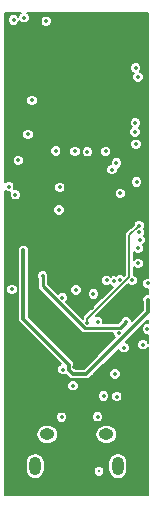
<source format=gbr>
G04 #@! TF.FileFunction,Copper,L3,Inr,Plane*
%FSLAX46Y46*%
G04 Gerber Fmt 4.6, Leading zero omitted, Abs format (unit mm)*
G04 Created by KiCad (PCBNEW 4.0.5) date 07/06/17 21:13:05*
%MOMM*%
%LPD*%
G01*
G04 APERTURE LIST*
%ADD10C,0.100000*%
%ADD11O,1.250000X0.950000*%
%ADD12O,1.000000X1.550000*%
%ADD13C,0.355600*%
%ADD14C,0.304800*%
%ADD15C,0.304800*%
%ADD16C,0.152400*%
%ADD17C,0.254000*%
%ADD18C,0.203200*%
G04 APERTURE END LIST*
D10*
D11*
X137200000Y-102409000D03*
X142200000Y-102409000D03*
D12*
X136200000Y-105109000D03*
X143200000Y-105109000D03*
D13*
X136067800Y-71704200D03*
X135153400Y-71323200D03*
X135610600Y-77749400D03*
X135102600Y-80060800D03*
X139141200Y-100482400D03*
X136271000Y-100126800D03*
X135915400Y-92329000D03*
X139496800Y-96723200D03*
X140970000Y-91694000D03*
X134874000Y-81229200D03*
X141071600Y-81305400D03*
X141071600Y-80238600D03*
X138938000Y-82448400D03*
X139662799Y-91668600D03*
X138277600Y-81508600D03*
X144729200Y-77851000D03*
X143408400Y-82016600D03*
X135940800Y-74142600D03*
X144703800Y-71374000D03*
X137134600Y-67437000D03*
X135585200Y-77012800D03*
X141135382Y-90527782D03*
X143103600Y-99212400D03*
X141478000Y-100914200D03*
X134772400Y-79222600D03*
X134518400Y-82118200D03*
X142163800Y-78460600D03*
X138202199Y-83413438D03*
X143367362Y-89311540D03*
X139649200Y-90195400D03*
X134366000Y-67335400D03*
D14*
X141605000Y-105521760D03*
D13*
X135204200Y-86842600D03*
X139344400Y-97256600D03*
X145745200Y-91033600D03*
X135255000Y-67132200D03*
X144780000Y-81051400D03*
X133959600Y-81432400D03*
X144653000Y-76809600D03*
X137939499Y-78413842D03*
X140614400Y-78486000D03*
X139573000Y-78460600D03*
X138430000Y-100965000D03*
X141478000Y-92862400D03*
X142240000Y-89382600D03*
X138531600Y-96926400D03*
X144932400Y-87934800D03*
X141986000Y-99161600D03*
X145313400Y-94818200D03*
X144932400Y-86664800D03*
X144983200Y-85318600D03*
X143306800Y-93853001D03*
X139395200Y-98298000D03*
X142900400Y-89433400D03*
X142951200Y-97307400D03*
X144399000Y-89382600D03*
X143713200Y-95072200D03*
X145059400Y-85953600D03*
X140614400Y-92989400D03*
X145008600Y-84734400D03*
X138506200Y-90855800D03*
X134239000Y-90144600D03*
X143078200Y-79451200D03*
X144907000Y-72161400D03*
X142707808Y-79999392D03*
X144678400Y-76047600D03*
X145694400Y-93497400D03*
X145719800Y-89636600D03*
X143891000Y-92913200D03*
X136829800Y-89001600D03*
D15*
X139344400Y-97256600D02*
X139039599Y-96951799D01*
X139039599Y-96951799D02*
X139039599Y-96503743D01*
X139039599Y-96503743D02*
X135204200Y-92668344D01*
X135204200Y-92668344D02*
X135204200Y-86842600D01*
X140529059Y-97307400D02*
X139395200Y-97307400D01*
X139395200Y-97307400D02*
X139344400Y-97256600D01*
X145745200Y-91033600D02*
X145745200Y-92091259D01*
X145745200Y-92091259D02*
X140529059Y-97307400D01*
D16*
X140614400Y-92603318D02*
X140614400Y-92989400D01*
X145008600Y-84734400D02*
X144170400Y-85572600D01*
X144170400Y-85572600D02*
X144170400Y-89047318D01*
X144170400Y-89047318D02*
X140614400Y-92603318D01*
D17*
X143382999Y-93421201D02*
X143891000Y-92913200D01*
X136829800Y-89001600D02*
X136829800Y-89843866D01*
X136829800Y-89843866D02*
X140407135Y-93421201D01*
X140407135Y-93421201D02*
X143382999Y-93421201D01*
D18*
G36*
X134846110Y-66858472D02*
X134772484Y-67035784D01*
X134772463Y-67059477D01*
X134639728Y-66926510D01*
X134462416Y-66852884D01*
X134270426Y-66852716D01*
X134092986Y-66926033D01*
X133957110Y-67061672D01*
X133883484Y-67238984D01*
X133883316Y-67430974D01*
X133956633Y-67608414D01*
X134092272Y-67744290D01*
X134269584Y-67817916D01*
X134461574Y-67818084D01*
X134639014Y-67744767D01*
X134774890Y-67609128D01*
X134848516Y-67431816D01*
X134848537Y-67408123D01*
X134981272Y-67541090D01*
X135158584Y-67614716D01*
X135350574Y-67614884D01*
X135528014Y-67541567D01*
X135537022Y-67532574D01*
X136651916Y-67532574D01*
X136725233Y-67710014D01*
X136860872Y-67845890D01*
X137038184Y-67919516D01*
X137230174Y-67919684D01*
X137407614Y-67846367D01*
X137543490Y-67710728D01*
X137617116Y-67533416D01*
X137617284Y-67341426D01*
X137543967Y-67163986D01*
X137408328Y-67028110D01*
X137231016Y-66954484D01*
X137039026Y-66954316D01*
X136861586Y-67027633D01*
X136725710Y-67163272D01*
X136652084Y-67340584D01*
X136651916Y-67532574D01*
X135537022Y-67532574D01*
X135663890Y-67405928D01*
X135737516Y-67228616D01*
X135737684Y-67036626D01*
X135664367Y-66859186D01*
X135531214Y-66725800D01*
X145768200Y-66725800D01*
X145768200Y-89154042D01*
X145624226Y-89153916D01*
X145446786Y-89227233D01*
X145310910Y-89362872D01*
X145237284Y-89540184D01*
X145237116Y-89732174D01*
X145310433Y-89909614D01*
X145446072Y-90045490D01*
X145623384Y-90119116D01*
X145768200Y-90119243D01*
X145768200Y-90551020D01*
X145649626Y-90550916D01*
X145472186Y-90624233D01*
X145336310Y-90759872D01*
X145262684Y-90937184D01*
X145262516Y-91129174D01*
X145288000Y-91190850D01*
X145288000Y-91901881D01*
X144373266Y-92816615D01*
X144300367Y-92640186D01*
X144164728Y-92504310D01*
X143987416Y-92430684D01*
X143795426Y-92430516D01*
X143617986Y-92503833D01*
X143482110Y-92639472D01*
X143431012Y-92762530D01*
X143204141Y-92989401D01*
X141947816Y-92989401D01*
X141960516Y-92958816D01*
X141960684Y-92766826D01*
X141887367Y-92589386D01*
X141751728Y-92453510D01*
X141574416Y-92379884D01*
X141382426Y-92379716D01*
X141372869Y-92383665D01*
X144045227Y-89711306D01*
X144125272Y-89791490D01*
X144302584Y-89865116D01*
X144494574Y-89865284D01*
X144672014Y-89791967D01*
X144807890Y-89656328D01*
X144881516Y-89479016D01*
X144881684Y-89287026D01*
X144808367Y-89109586D01*
X144672728Y-88973710D01*
X144551400Y-88923330D01*
X144551400Y-88236231D01*
X144658672Y-88343690D01*
X144835984Y-88417316D01*
X145027974Y-88417484D01*
X145205414Y-88344167D01*
X145341290Y-88208528D01*
X145414916Y-88031216D01*
X145415084Y-87839226D01*
X145341767Y-87661786D01*
X145206128Y-87525910D01*
X145028816Y-87452284D01*
X144836826Y-87452116D01*
X144659386Y-87525433D01*
X144551400Y-87633231D01*
X144551400Y-86966231D01*
X144658672Y-87073690D01*
X144835984Y-87147316D01*
X145027974Y-87147484D01*
X145205414Y-87074167D01*
X145341290Y-86938528D01*
X145414916Y-86761216D01*
X145415084Y-86569226D01*
X145341767Y-86391786D01*
X145318668Y-86368647D01*
X145332414Y-86362967D01*
X145468290Y-86227328D01*
X145541916Y-86050016D01*
X145542084Y-85858026D01*
X145468767Y-85680586D01*
X145386366Y-85598042D01*
X145392090Y-85592328D01*
X145465716Y-85415016D01*
X145465884Y-85223026D01*
X145392567Y-85045586D01*
X145386278Y-85039286D01*
X145417490Y-85008128D01*
X145491116Y-84830816D01*
X145491284Y-84638826D01*
X145417967Y-84461386D01*
X145282328Y-84325510D01*
X145105016Y-84251884D01*
X144913026Y-84251716D01*
X144735586Y-84325033D01*
X144599710Y-84460672D01*
X144526084Y-84637984D01*
X144526049Y-84678135D01*
X143900992Y-85303192D01*
X143818402Y-85426797D01*
X143818402Y-85426798D01*
X143789400Y-85572600D01*
X143789400Y-88889503D01*
X143708612Y-88970290D01*
X143641090Y-88902650D01*
X143463778Y-88829024D01*
X143271788Y-88828856D01*
X143094348Y-88902173D01*
X143031235Y-88965176D01*
X142996816Y-88950884D01*
X142804826Y-88950716D01*
X142627386Y-89024033D01*
X142595619Y-89055744D01*
X142513728Y-88973710D01*
X142336416Y-88900084D01*
X142144426Y-88899916D01*
X141966986Y-88973233D01*
X141831110Y-89108872D01*
X141757484Y-89286184D01*
X141757316Y-89478174D01*
X141830633Y-89655614D01*
X141966272Y-89791490D01*
X142143584Y-89865116D01*
X142335574Y-89865284D01*
X142513014Y-89791967D01*
X142544781Y-89760256D01*
X142626672Y-89842290D01*
X142775015Y-89903887D01*
X140344992Y-92333910D01*
X140262402Y-92457515D01*
X140262402Y-92457516D01*
X140233400Y-92603318D01*
X140233400Y-92636809D01*
X138820522Y-91223931D01*
X138915090Y-91129528D01*
X138988716Y-90952216D01*
X138988884Y-90760226D01*
X138915567Y-90582786D01*
X138779928Y-90446910D01*
X138602616Y-90373284D01*
X138410626Y-90373116D01*
X138233186Y-90446433D01*
X138138022Y-90541431D01*
X137887566Y-90290974D01*
X139166516Y-90290974D01*
X139239833Y-90468414D01*
X139375472Y-90604290D01*
X139552784Y-90677916D01*
X139744774Y-90678084D01*
X139877225Y-90623356D01*
X140652698Y-90623356D01*
X140726015Y-90800796D01*
X140861654Y-90936672D01*
X141038966Y-91010298D01*
X141230956Y-91010466D01*
X141408396Y-90937149D01*
X141544272Y-90801510D01*
X141617898Y-90624198D01*
X141618066Y-90432208D01*
X141544749Y-90254768D01*
X141409110Y-90118892D01*
X141231798Y-90045266D01*
X141039808Y-90045098D01*
X140862368Y-90118415D01*
X140726492Y-90254054D01*
X140652866Y-90431366D01*
X140652698Y-90623356D01*
X139877225Y-90623356D01*
X139922214Y-90604767D01*
X140058090Y-90469128D01*
X140131716Y-90291816D01*
X140131884Y-90099826D01*
X140058567Y-89922386D01*
X139922928Y-89786510D01*
X139745616Y-89712884D01*
X139553626Y-89712716D01*
X139376186Y-89786033D01*
X139240310Y-89921672D01*
X139166684Y-90098984D01*
X139166516Y-90290974D01*
X137887566Y-90290974D01*
X137261600Y-89665008D01*
X137261600Y-89220154D01*
X137312316Y-89098016D01*
X137312484Y-88906026D01*
X137239167Y-88728586D01*
X137103528Y-88592710D01*
X136926216Y-88519084D01*
X136734226Y-88518916D01*
X136556786Y-88592233D01*
X136420910Y-88727872D01*
X136347284Y-88905184D01*
X136347116Y-89097174D01*
X136398000Y-89220322D01*
X136398000Y-89843866D01*
X136430869Y-90009109D01*
X136455178Y-90045490D01*
X136524471Y-90149195D01*
X140101804Y-93726527D01*
X140101806Y-93726530D01*
X140241892Y-93820132D01*
X140269308Y-93825586D01*
X140407135Y-93853002D01*
X140407140Y-93853001D01*
X142824200Y-93853001D01*
X142824116Y-93948575D01*
X142897433Y-94126015D01*
X142980577Y-94209304D01*
X140339681Y-96850200D01*
X139620614Y-96850200D01*
X139618128Y-96847710D01*
X139556496Y-96822118D01*
X139496799Y-96762421D01*
X139496799Y-96503743D01*
X139461997Y-96328780D01*
X139362888Y-96180454D01*
X135661400Y-92478966D01*
X135661400Y-86999984D01*
X135686716Y-86939016D01*
X135686884Y-86747026D01*
X135613567Y-86569586D01*
X135477928Y-86433710D01*
X135300616Y-86360084D01*
X135108626Y-86359916D01*
X134931186Y-86433233D01*
X134795310Y-86568872D01*
X134721684Y-86746184D01*
X134721516Y-86938174D01*
X134747000Y-86999850D01*
X134747000Y-92668344D01*
X134781802Y-92843307D01*
X134880911Y-92991633D01*
X138363119Y-96473841D01*
X138258586Y-96517033D01*
X138122710Y-96652672D01*
X138049084Y-96829984D01*
X138048916Y-97021974D01*
X138122233Y-97199414D01*
X138257872Y-97335290D01*
X138435184Y-97408916D01*
X138627174Y-97409084D01*
X138785066Y-97343844D01*
X138909823Y-97468601D01*
X138935033Y-97529614D01*
X139070672Y-97665490D01*
X139211526Y-97723977D01*
X139220237Y-97729798D01*
X139230423Y-97731824D01*
X139247984Y-97739116D01*
X139267167Y-97739133D01*
X139395200Y-97764600D01*
X140529059Y-97764600D01*
X140704022Y-97729798D01*
X140852348Y-97630689D01*
X141080063Y-97402974D01*
X142468516Y-97402974D01*
X142541833Y-97580414D01*
X142677472Y-97716290D01*
X142854784Y-97789916D01*
X143046774Y-97790084D01*
X143224214Y-97716767D01*
X143360090Y-97581128D01*
X143433716Y-97403816D01*
X143433884Y-97211826D01*
X143360567Y-97034386D01*
X143224928Y-96898510D01*
X143047616Y-96824884D01*
X142855626Y-96824716D01*
X142678186Y-96898033D01*
X142542310Y-97033672D01*
X142468684Y-97210984D01*
X142468516Y-97402974D01*
X141080063Y-97402974D01*
X143255295Y-95227742D01*
X143303833Y-95345214D01*
X143439472Y-95481090D01*
X143616784Y-95554716D01*
X143808774Y-95554884D01*
X143986214Y-95481567D01*
X144122090Y-95345928D01*
X144195716Y-95168616D01*
X144195884Y-94976626D01*
X144122567Y-94799186D01*
X143986928Y-94663310D01*
X143868784Y-94614253D01*
X145768200Y-92714837D01*
X145768200Y-93014864D01*
X145598826Y-93014716D01*
X145421386Y-93088033D01*
X145285510Y-93223672D01*
X145211884Y-93400984D01*
X145211716Y-93592974D01*
X145285033Y-93770414D01*
X145420672Y-93906290D01*
X145597984Y-93979916D01*
X145768200Y-93980065D01*
X145768200Y-94655142D01*
X145722767Y-94545186D01*
X145587128Y-94409310D01*
X145409816Y-94335684D01*
X145217826Y-94335516D01*
X145040386Y-94408833D01*
X144904510Y-94544472D01*
X144830884Y-94721784D01*
X144830716Y-94913774D01*
X144904033Y-95091214D01*
X145039672Y-95227090D01*
X145216984Y-95300716D01*
X145408974Y-95300884D01*
X145586414Y-95227567D01*
X145722290Y-95091928D01*
X145768200Y-94981364D01*
X145768200Y-107518200D01*
X133631800Y-107518200D01*
X133631800Y-104812845D01*
X135395200Y-104812845D01*
X135395200Y-105405155D01*
X135456462Y-105713139D01*
X135630920Y-105974235D01*
X135892016Y-106148693D01*
X136200000Y-106209955D01*
X136507984Y-106148693D01*
X136769080Y-105974235D01*
X136943538Y-105713139D01*
X136963595Y-105612304D01*
X141147721Y-105612304D01*
X141217179Y-105780405D01*
X141345679Y-105909129D01*
X141513658Y-105978880D01*
X141695544Y-105979039D01*
X141863645Y-105909581D01*
X141992369Y-105781081D01*
X142062120Y-105613102D01*
X142062279Y-105431216D01*
X141992821Y-105263115D01*
X141864321Y-105134391D01*
X141696342Y-105064640D01*
X141514456Y-105064481D01*
X141346355Y-105133939D01*
X141217631Y-105262439D01*
X141147880Y-105430418D01*
X141147721Y-105612304D01*
X136963595Y-105612304D01*
X137004800Y-105405155D01*
X137004800Y-104812845D01*
X142395200Y-104812845D01*
X142395200Y-105405155D01*
X142456462Y-105713139D01*
X142630920Y-105974235D01*
X142892016Y-106148693D01*
X143200000Y-106209955D01*
X143507984Y-106148693D01*
X143769080Y-105974235D01*
X143943538Y-105713139D01*
X144004800Y-105405155D01*
X144004800Y-104812845D01*
X143943538Y-104504861D01*
X143769080Y-104243765D01*
X143507984Y-104069307D01*
X143200000Y-104008045D01*
X142892016Y-104069307D01*
X142630920Y-104243765D01*
X142456462Y-104504861D01*
X142395200Y-104812845D01*
X137004800Y-104812845D01*
X136943538Y-104504861D01*
X136769080Y-104243765D01*
X136507984Y-104069307D01*
X136200000Y-104008045D01*
X135892016Y-104069307D01*
X135630920Y-104243765D01*
X135456462Y-104504861D01*
X135395200Y-104812845D01*
X133631800Y-104812845D01*
X133631800Y-102409000D01*
X136251984Y-102409000D01*
X136311343Y-102707417D01*
X136480382Y-102960402D01*
X136733367Y-103129441D01*
X137031784Y-103188800D01*
X137368216Y-103188800D01*
X137666633Y-103129441D01*
X137919618Y-102960402D01*
X138088657Y-102707417D01*
X138148016Y-102409000D01*
X141251984Y-102409000D01*
X141311343Y-102707417D01*
X141480382Y-102960402D01*
X141733367Y-103129441D01*
X142031784Y-103188800D01*
X142368216Y-103188800D01*
X142666633Y-103129441D01*
X142919618Y-102960402D01*
X143088657Y-102707417D01*
X143148016Y-102409000D01*
X143088657Y-102110583D01*
X142919618Y-101857598D01*
X142666633Y-101688559D01*
X142368216Y-101629200D01*
X142031784Y-101629200D01*
X141733367Y-101688559D01*
X141480382Y-101857598D01*
X141311343Y-102110583D01*
X141251984Y-102409000D01*
X138148016Y-102409000D01*
X138088657Y-102110583D01*
X137919618Y-101857598D01*
X137666633Y-101688559D01*
X137368216Y-101629200D01*
X137031784Y-101629200D01*
X136733367Y-101688559D01*
X136480382Y-101857598D01*
X136311343Y-102110583D01*
X136251984Y-102409000D01*
X133631800Y-102409000D01*
X133631800Y-101060574D01*
X137947316Y-101060574D01*
X138020633Y-101238014D01*
X138156272Y-101373890D01*
X138333584Y-101447516D01*
X138525574Y-101447684D01*
X138703014Y-101374367D01*
X138838890Y-101238728D01*
X138912516Y-101061416D01*
X138912561Y-101009774D01*
X140995316Y-101009774D01*
X141068633Y-101187214D01*
X141204272Y-101323090D01*
X141381584Y-101396716D01*
X141573574Y-101396884D01*
X141751014Y-101323567D01*
X141886890Y-101187928D01*
X141960516Y-101010616D01*
X141960684Y-100818626D01*
X141887367Y-100641186D01*
X141751728Y-100505310D01*
X141574416Y-100431684D01*
X141382426Y-100431516D01*
X141204986Y-100504833D01*
X141069110Y-100640472D01*
X140995484Y-100817784D01*
X140995316Y-101009774D01*
X138912561Y-101009774D01*
X138912684Y-100869426D01*
X138839367Y-100691986D01*
X138703728Y-100556110D01*
X138526416Y-100482484D01*
X138334426Y-100482316D01*
X138156986Y-100555633D01*
X138021110Y-100691272D01*
X137947484Y-100868584D01*
X137947316Y-101060574D01*
X133631800Y-101060574D01*
X133631800Y-99257174D01*
X141503316Y-99257174D01*
X141576633Y-99434614D01*
X141712272Y-99570490D01*
X141889584Y-99644116D01*
X142081574Y-99644284D01*
X142259014Y-99570967D01*
X142394890Y-99435328D01*
X142447771Y-99307974D01*
X142620916Y-99307974D01*
X142694233Y-99485414D01*
X142829872Y-99621290D01*
X143007184Y-99694916D01*
X143199174Y-99695084D01*
X143376614Y-99621767D01*
X143512490Y-99486128D01*
X143586116Y-99308816D01*
X143586284Y-99116826D01*
X143512967Y-98939386D01*
X143377328Y-98803510D01*
X143200016Y-98729884D01*
X143008026Y-98729716D01*
X142830586Y-98803033D01*
X142694710Y-98938672D01*
X142621084Y-99115984D01*
X142620916Y-99307974D01*
X142447771Y-99307974D01*
X142468516Y-99258016D01*
X142468684Y-99066026D01*
X142395367Y-98888586D01*
X142259728Y-98752710D01*
X142082416Y-98679084D01*
X141890426Y-98678916D01*
X141712986Y-98752233D01*
X141577110Y-98887872D01*
X141503484Y-99065184D01*
X141503316Y-99257174D01*
X133631800Y-99257174D01*
X133631800Y-98393574D01*
X138912516Y-98393574D01*
X138985833Y-98571014D01*
X139121472Y-98706890D01*
X139298784Y-98780516D01*
X139490774Y-98780684D01*
X139668214Y-98707367D01*
X139804090Y-98571728D01*
X139877716Y-98394416D01*
X139877884Y-98202426D01*
X139804567Y-98024986D01*
X139668928Y-97889110D01*
X139491616Y-97815484D01*
X139299626Y-97815316D01*
X139122186Y-97888633D01*
X138986310Y-98024272D01*
X138912684Y-98201584D01*
X138912516Y-98393574D01*
X133631800Y-98393574D01*
X133631800Y-90240174D01*
X133756316Y-90240174D01*
X133829633Y-90417614D01*
X133965272Y-90553490D01*
X134142584Y-90627116D01*
X134334574Y-90627284D01*
X134512014Y-90553967D01*
X134647890Y-90418328D01*
X134721516Y-90241016D01*
X134721684Y-90049026D01*
X134648367Y-89871586D01*
X134512728Y-89735710D01*
X134335416Y-89662084D01*
X134143426Y-89661916D01*
X133965986Y-89735233D01*
X133830110Y-89870872D01*
X133756484Y-90048184D01*
X133756316Y-90240174D01*
X133631800Y-90240174D01*
X133631800Y-83509012D01*
X137719515Y-83509012D01*
X137792832Y-83686452D01*
X137928471Y-83822328D01*
X138105783Y-83895954D01*
X138297773Y-83896122D01*
X138475213Y-83822805D01*
X138611089Y-83687166D01*
X138684715Y-83509854D01*
X138684883Y-83317864D01*
X138611566Y-83140424D01*
X138475927Y-83004548D01*
X138298615Y-82930922D01*
X138106625Y-82930754D01*
X137929185Y-83004071D01*
X137793309Y-83139710D01*
X137719683Y-83317022D01*
X137719515Y-83509012D01*
X133631800Y-83509012D01*
X133631800Y-81787124D01*
X133685872Y-81841290D01*
X133863184Y-81914916D01*
X134055174Y-81915084D01*
X134085370Y-81902607D01*
X134035884Y-82021784D01*
X134035716Y-82213774D01*
X134109033Y-82391214D01*
X134244672Y-82527090D01*
X134421984Y-82600716D01*
X134613974Y-82600884D01*
X134791414Y-82527567D01*
X134927290Y-82391928D01*
X135000916Y-82214616D01*
X135001005Y-82112174D01*
X142925716Y-82112174D01*
X142999033Y-82289614D01*
X143134672Y-82425490D01*
X143311984Y-82499116D01*
X143503974Y-82499284D01*
X143681414Y-82425967D01*
X143817290Y-82290328D01*
X143890916Y-82113016D01*
X143891084Y-81921026D01*
X143817767Y-81743586D01*
X143682128Y-81607710D01*
X143504816Y-81534084D01*
X143312826Y-81533916D01*
X143135386Y-81607233D01*
X142999510Y-81742872D01*
X142925884Y-81920184D01*
X142925716Y-82112174D01*
X135001005Y-82112174D01*
X135001084Y-82022626D01*
X134927767Y-81845186D01*
X134792128Y-81709310D01*
X134614816Y-81635684D01*
X134422826Y-81635516D01*
X134392630Y-81647993D01*
X134410825Y-81604174D01*
X137794916Y-81604174D01*
X137868233Y-81781614D01*
X138003872Y-81917490D01*
X138181184Y-81991116D01*
X138373174Y-81991284D01*
X138550614Y-81917967D01*
X138686490Y-81782328D01*
X138760116Y-81605016D01*
X138760284Y-81413026D01*
X138686967Y-81235586D01*
X138598510Y-81146974D01*
X144297316Y-81146974D01*
X144370633Y-81324414D01*
X144506272Y-81460290D01*
X144683584Y-81533916D01*
X144875574Y-81534084D01*
X145053014Y-81460767D01*
X145188890Y-81325128D01*
X145262516Y-81147816D01*
X145262684Y-80955826D01*
X145189367Y-80778386D01*
X145053728Y-80642510D01*
X144876416Y-80568884D01*
X144684426Y-80568716D01*
X144506986Y-80642033D01*
X144371110Y-80777672D01*
X144297484Y-80954984D01*
X144297316Y-81146974D01*
X138598510Y-81146974D01*
X138551328Y-81099710D01*
X138374016Y-81026084D01*
X138182026Y-81025916D01*
X138004586Y-81099233D01*
X137868710Y-81234872D01*
X137795084Y-81412184D01*
X137794916Y-81604174D01*
X134410825Y-81604174D01*
X134442116Y-81528816D01*
X134442284Y-81336826D01*
X134368967Y-81159386D01*
X134233328Y-81023510D01*
X134056016Y-80949884D01*
X133864026Y-80949716D01*
X133686586Y-81023033D01*
X133631800Y-81077723D01*
X133631800Y-80094966D01*
X142225124Y-80094966D01*
X142298441Y-80272406D01*
X142434080Y-80408282D01*
X142611392Y-80481908D01*
X142803382Y-80482076D01*
X142980822Y-80408759D01*
X143116698Y-80273120D01*
X143190324Y-80095808D01*
X143190472Y-79926985D01*
X143351214Y-79860567D01*
X143487090Y-79724928D01*
X143560716Y-79547616D01*
X143560884Y-79355626D01*
X143487567Y-79178186D01*
X143351928Y-79042310D01*
X143174616Y-78968684D01*
X142982626Y-78968516D01*
X142805186Y-79041833D01*
X142669310Y-79177472D01*
X142595684Y-79354784D01*
X142595536Y-79523607D01*
X142434794Y-79590025D01*
X142298918Y-79725664D01*
X142225292Y-79902976D01*
X142225124Y-80094966D01*
X133631800Y-80094966D01*
X133631800Y-79318174D01*
X134289716Y-79318174D01*
X134363033Y-79495614D01*
X134498672Y-79631490D01*
X134675984Y-79705116D01*
X134867974Y-79705284D01*
X135045414Y-79631967D01*
X135181290Y-79496328D01*
X135254916Y-79319016D01*
X135255084Y-79127026D01*
X135181767Y-78949586D01*
X135046128Y-78813710D01*
X134868816Y-78740084D01*
X134676826Y-78739916D01*
X134499386Y-78813233D01*
X134363510Y-78948872D01*
X134289884Y-79126184D01*
X134289716Y-79318174D01*
X133631800Y-79318174D01*
X133631800Y-78509416D01*
X137456815Y-78509416D01*
X137530132Y-78686856D01*
X137665771Y-78822732D01*
X137843083Y-78896358D01*
X138035073Y-78896526D01*
X138212513Y-78823209D01*
X138348389Y-78687570D01*
X138402949Y-78556174D01*
X139090316Y-78556174D01*
X139163633Y-78733614D01*
X139299272Y-78869490D01*
X139476584Y-78943116D01*
X139668574Y-78943284D01*
X139846014Y-78869967D01*
X139981890Y-78734328D01*
X140045318Y-78581574D01*
X140131716Y-78581574D01*
X140205033Y-78759014D01*
X140340672Y-78894890D01*
X140517984Y-78968516D01*
X140709974Y-78968684D01*
X140887414Y-78895367D01*
X141023290Y-78759728D01*
X141096916Y-78582416D01*
X141096938Y-78556174D01*
X141681116Y-78556174D01*
X141754433Y-78733614D01*
X141890072Y-78869490D01*
X142067384Y-78943116D01*
X142259374Y-78943284D01*
X142436814Y-78869967D01*
X142572690Y-78734328D01*
X142646316Y-78557016D01*
X142646484Y-78365026D01*
X142573167Y-78187586D01*
X142437528Y-78051710D01*
X142260216Y-77978084D01*
X142068226Y-77977916D01*
X141890786Y-78051233D01*
X141754910Y-78186872D01*
X141681284Y-78364184D01*
X141681116Y-78556174D01*
X141096938Y-78556174D01*
X141097084Y-78390426D01*
X141023767Y-78212986D01*
X140888128Y-78077110D01*
X140710816Y-78003484D01*
X140518826Y-78003316D01*
X140341386Y-78076633D01*
X140205510Y-78212272D01*
X140131884Y-78389584D01*
X140131716Y-78581574D01*
X140045318Y-78581574D01*
X140055516Y-78557016D01*
X140055684Y-78365026D01*
X139982367Y-78187586D01*
X139846728Y-78051710D01*
X139669416Y-77978084D01*
X139477426Y-77977916D01*
X139299986Y-78051233D01*
X139164110Y-78186872D01*
X139090484Y-78364184D01*
X139090316Y-78556174D01*
X138402949Y-78556174D01*
X138422015Y-78510258D01*
X138422183Y-78318268D01*
X138348866Y-78140828D01*
X138213227Y-78004952D01*
X138072637Y-77946574D01*
X144246516Y-77946574D01*
X144319833Y-78124014D01*
X144455472Y-78259890D01*
X144632784Y-78333516D01*
X144824774Y-78333684D01*
X145002214Y-78260367D01*
X145138090Y-78124728D01*
X145211716Y-77947416D01*
X145211884Y-77755426D01*
X145138567Y-77577986D01*
X145002928Y-77442110D01*
X144825616Y-77368484D01*
X144633626Y-77368316D01*
X144456186Y-77441633D01*
X144320310Y-77577272D01*
X144246684Y-77754584D01*
X144246516Y-77946574D01*
X138072637Y-77946574D01*
X138035915Y-77931326D01*
X137843925Y-77931158D01*
X137666485Y-78004475D01*
X137530609Y-78140114D01*
X137456983Y-78317426D01*
X137456815Y-78509416D01*
X133631800Y-78509416D01*
X133631800Y-77108374D01*
X135102516Y-77108374D01*
X135175833Y-77285814D01*
X135311472Y-77421690D01*
X135488784Y-77495316D01*
X135680774Y-77495484D01*
X135858214Y-77422167D01*
X135994090Y-77286528D01*
X136067716Y-77109216D01*
X136067884Y-76917226D01*
X136062905Y-76905174D01*
X144170316Y-76905174D01*
X144243633Y-77082614D01*
X144379272Y-77218490D01*
X144556584Y-77292116D01*
X144748574Y-77292284D01*
X144926014Y-77218967D01*
X145061890Y-77083328D01*
X145135516Y-76906016D01*
X145135684Y-76714026D01*
X145062367Y-76536586D01*
X144967178Y-76441231D01*
X145087290Y-76321328D01*
X145160916Y-76144016D01*
X145161084Y-75952026D01*
X145087767Y-75774586D01*
X144952128Y-75638710D01*
X144774816Y-75565084D01*
X144582826Y-75564916D01*
X144405386Y-75638233D01*
X144269510Y-75773872D01*
X144195884Y-75951184D01*
X144195716Y-76143174D01*
X144269033Y-76320614D01*
X144364222Y-76415969D01*
X144244110Y-76535872D01*
X144170484Y-76713184D01*
X144170316Y-76905174D01*
X136062905Y-76905174D01*
X135994567Y-76739786D01*
X135858928Y-76603910D01*
X135681616Y-76530284D01*
X135489626Y-76530116D01*
X135312186Y-76603433D01*
X135176310Y-76739072D01*
X135102684Y-76916384D01*
X135102516Y-77108374D01*
X133631800Y-77108374D01*
X133631800Y-74238174D01*
X135458116Y-74238174D01*
X135531433Y-74415614D01*
X135667072Y-74551490D01*
X135844384Y-74625116D01*
X136036374Y-74625284D01*
X136213814Y-74551967D01*
X136349690Y-74416328D01*
X136423316Y-74239016D01*
X136423484Y-74047026D01*
X136350167Y-73869586D01*
X136214528Y-73733710D01*
X136037216Y-73660084D01*
X135845226Y-73659916D01*
X135667786Y-73733233D01*
X135531910Y-73868872D01*
X135458284Y-74046184D01*
X135458116Y-74238174D01*
X133631800Y-74238174D01*
X133631800Y-71469574D01*
X144221116Y-71469574D01*
X144294433Y-71647014D01*
X144430072Y-71782890D01*
X144552253Y-71833624D01*
X144498110Y-71887672D01*
X144424484Y-72064984D01*
X144424316Y-72256974D01*
X144497633Y-72434414D01*
X144633272Y-72570290D01*
X144810584Y-72643916D01*
X145002574Y-72644084D01*
X145180014Y-72570767D01*
X145315890Y-72435128D01*
X145389516Y-72257816D01*
X145389684Y-72065826D01*
X145316367Y-71888386D01*
X145180728Y-71752510D01*
X145058547Y-71701776D01*
X145112690Y-71647728D01*
X145186316Y-71470416D01*
X145186484Y-71278426D01*
X145113167Y-71100986D01*
X144977528Y-70965110D01*
X144800216Y-70891484D01*
X144608226Y-70891316D01*
X144430786Y-70964633D01*
X144294910Y-71100272D01*
X144221284Y-71277584D01*
X144221116Y-71469574D01*
X133631800Y-71469574D01*
X133631800Y-66725800D01*
X134979014Y-66725800D01*
X134846110Y-66858472D01*
X134846110Y-66858472D01*
G37*
X134846110Y-66858472D02*
X134772484Y-67035784D01*
X134772463Y-67059477D01*
X134639728Y-66926510D01*
X134462416Y-66852884D01*
X134270426Y-66852716D01*
X134092986Y-66926033D01*
X133957110Y-67061672D01*
X133883484Y-67238984D01*
X133883316Y-67430974D01*
X133956633Y-67608414D01*
X134092272Y-67744290D01*
X134269584Y-67817916D01*
X134461574Y-67818084D01*
X134639014Y-67744767D01*
X134774890Y-67609128D01*
X134848516Y-67431816D01*
X134848537Y-67408123D01*
X134981272Y-67541090D01*
X135158584Y-67614716D01*
X135350574Y-67614884D01*
X135528014Y-67541567D01*
X135537022Y-67532574D01*
X136651916Y-67532574D01*
X136725233Y-67710014D01*
X136860872Y-67845890D01*
X137038184Y-67919516D01*
X137230174Y-67919684D01*
X137407614Y-67846367D01*
X137543490Y-67710728D01*
X137617116Y-67533416D01*
X137617284Y-67341426D01*
X137543967Y-67163986D01*
X137408328Y-67028110D01*
X137231016Y-66954484D01*
X137039026Y-66954316D01*
X136861586Y-67027633D01*
X136725710Y-67163272D01*
X136652084Y-67340584D01*
X136651916Y-67532574D01*
X135537022Y-67532574D01*
X135663890Y-67405928D01*
X135737516Y-67228616D01*
X135737684Y-67036626D01*
X135664367Y-66859186D01*
X135531214Y-66725800D01*
X145768200Y-66725800D01*
X145768200Y-89154042D01*
X145624226Y-89153916D01*
X145446786Y-89227233D01*
X145310910Y-89362872D01*
X145237284Y-89540184D01*
X145237116Y-89732174D01*
X145310433Y-89909614D01*
X145446072Y-90045490D01*
X145623384Y-90119116D01*
X145768200Y-90119243D01*
X145768200Y-90551020D01*
X145649626Y-90550916D01*
X145472186Y-90624233D01*
X145336310Y-90759872D01*
X145262684Y-90937184D01*
X145262516Y-91129174D01*
X145288000Y-91190850D01*
X145288000Y-91901881D01*
X144373266Y-92816615D01*
X144300367Y-92640186D01*
X144164728Y-92504310D01*
X143987416Y-92430684D01*
X143795426Y-92430516D01*
X143617986Y-92503833D01*
X143482110Y-92639472D01*
X143431012Y-92762530D01*
X143204141Y-92989401D01*
X141947816Y-92989401D01*
X141960516Y-92958816D01*
X141960684Y-92766826D01*
X141887367Y-92589386D01*
X141751728Y-92453510D01*
X141574416Y-92379884D01*
X141382426Y-92379716D01*
X141372869Y-92383665D01*
X144045227Y-89711306D01*
X144125272Y-89791490D01*
X144302584Y-89865116D01*
X144494574Y-89865284D01*
X144672014Y-89791967D01*
X144807890Y-89656328D01*
X144881516Y-89479016D01*
X144881684Y-89287026D01*
X144808367Y-89109586D01*
X144672728Y-88973710D01*
X144551400Y-88923330D01*
X144551400Y-88236231D01*
X144658672Y-88343690D01*
X144835984Y-88417316D01*
X145027974Y-88417484D01*
X145205414Y-88344167D01*
X145341290Y-88208528D01*
X145414916Y-88031216D01*
X145415084Y-87839226D01*
X145341767Y-87661786D01*
X145206128Y-87525910D01*
X145028816Y-87452284D01*
X144836826Y-87452116D01*
X144659386Y-87525433D01*
X144551400Y-87633231D01*
X144551400Y-86966231D01*
X144658672Y-87073690D01*
X144835984Y-87147316D01*
X145027974Y-87147484D01*
X145205414Y-87074167D01*
X145341290Y-86938528D01*
X145414916Y-86761216D01*
X145415084Y-86569226D01*
X145341767Y-86391786D01*
X145318668Y-86368647D01*
X145332414Y-86362967D01*
X145468290Y-86227328D01*
X145541916Y-86050016D01*
X145542084Y-85858026D01*
X145468767Y-85680586D01*
X145386366Y-85598042D01*
X145392090Y-85592328D01*
X145465716Y-85415016D01*
X145465884Y-85223026D01*
X145392567Y-85045586D01*
X145386278Y-85039286D01*
X145417490Y-85008128D01*
X145491116Y-84830816D01*
X145491284Y-84638826D01*
X145417967Y-84461386D01*
X145282328Y-84325510D01*
X145105016Y-84251884D01*
X144913026Y-84251716D01*
X144735586Y-84325033D01*
X144599710Y-84460672D01*
X144526084Y-84637984D01*
X144526049Y-84678135D01*
X143900992Y-85303192D01*
X143818402Y-85426797D01*
X143818402Y-85426798D01*
X143789400Y-85572600D01*
X143789400Y-88889503D01*
X143708612Y-88970290D01*
X143641090Y-88902650D01*
X143463778Y-88829024D01*
X143271788Y-88828856D01*
X143094348Y-88902173D01*
X143031235Y-88965176D01*
X142996816Y-88950884D01*
X142804826Y-88950716D01*
X142627386Y-89024033D01*
X142595619Y-89055744D01*
X142513728Y-88973710D01*
X142336416Y-88900084D01*
X142144426Y-88899916D01*
X141966986Y-88973233D01*
X141831110Y-89108872D01*
X141757484Y-89286184D01*
X141757316Y-89478174D01*
X141830633Y-89655614D01*
X141966272Y-89791490D01*
X142143584Y-89865116D01*
X142335574Y-89865284D01*
X142513014Y-89791967D01*
X142544781Y-89760256D01*
X142626672Y-89842290D01*
X142775015Y-89903887D01*
X140344992Y-92333910D01*
X140262402Y-92457515D01*
X140262402Y-92457516D01*
X140233400Y-92603318D01*
X140233400Y-92636809D01*
X138820522Y-91223931D01*
X138915090Y-91129528D01*
X138988716Y-90952216D01*
X138988884Y-90760226D01*
X138915567Y-90582786D01*
X138779928Y-90446910D01*
X138602616Y-90373284D01*
X138410626Y-90373116D01*
X138233186Y-90446433D01*
X138138022Y-90541431D01*
X137887566Y-90290974D01*
X139166516Y-90290974D01*
X139239833Y-90468414D01*
X139375472Y-90604290D01*
X139552784Y-90677916D01*
X139744774Y-90678084D01*
X139877225Y-90623356D01*
X140652698Y-90623356D01*
X140726015Y-90800796D01*
X140861654Y-90936672D01*
X141038966Y-91010298D01*
X141230956Y-91010466D01*
X141408396Y-90937149D01*
X141544272Y-90801510D01*
X141617898Y-90624198D01*
X141618066Y-90432208D01*
X141544749Y-90254768D01*
X141409110Y-90118892D01*
X141231798Y-90045266D01*
X141039808Y-90045098D01*
X140862368Y-90118415D01*
X140726492Y-90254054D01*
X140652866Y-90431366D01*
X140652698Y-90623356D01*
X139877225Y-90623356D01*
X139922214Y-90604767D01*
X140058090Y-90469128D01*
X140131716Y-90291816D01*
X140131884Y-90099826D01*
X140058567Y-89922386D01*
X139922928Y-89786510D01*
X139745616Y-89712884D01*
X139553626Y-89712716D01*
X139376186Y-89786033D01*
X139240310Y-89921672D01*
X139166684Y-90098984D01*
X139166516Y-90290974D01*
X137887566Y-90290974D01*
X137261600Y-89665008D01*
X137261600Y-89220154D01*
X137312316Y-89098016D01*
X137312484Y-88906026D01*
X137239167Y-88728586D01*
X137103528Y-88592710D01*
X136926216Y-88519084D01*
X136734226Y-88518916D01*
X136556786Y-88592233D01*
X136420910Y-88727872D01*
X136347284Y-88905184D01*
X136347116Y-89097174D01*
X136398000Y-89220322D01*
X136398000Y-89843866D01*
X136430869Y-90009109D01*
X136455178Y-90045490D01*
X136524471Y-90149195D01*
X140101804Y-93726527D01*
X140101806Y-93726530D01*
X140241892Y-93820132D01*
X140269308Y-93825586D01*
X140407135Y-93853002D01*
X140407140Y-93853001D01*
X142824200Y-93853001D01*
X142824116Y-93948575D01*
X142897433Y-94126015D01*
X142980577Y-94209304D01*
X140339681Y-96850200D01*
X139620614Y-96850200D01*
X139618128Y-96847710D01*
X139556496Y-96822118D01*
X139496799Y-96762421D01*
X139496799Y-96503743D01*
X139461997Y-96328780D01*
X139362888Y-96180454D01*
X135661400Y-92478966D01*
X135661400Y-86999984D01*
X135686716Y-86939016D01*
X135686884Y-86747026D01*
X135613567Y-86569586D01*
X135477928Y-86433710D01*
X135300616Y-86360084D01*
X135108626Y-86359916D01*
X134931186Y-86433233D01*
X134795310Y-86568872D01*
X134721684Y-86746184D01*
X134721516Y-86938174D01*
X134747000Y-86999850D01*
X134747000Y-92668344D01*
X134781802Y-92843307D01*
X134880911Y-92991633D01*
X138363119Y-96473841D01*
X138258586Y-96517033D01*
X138122710Y-96652672D01*
X138049084Y-96829984D01*
X138048916Y-97021974D01*
X138122233Y-97199414D01*
X138257872Y-97335290D01*
X138435184Y-97408916D01*
X138627174Y-97409084D01*
X138785066Y-97343844D01*
X138909823Y-97468601D01*
X138935033Y-97529614D01*
X139070672Y-97665490D01*
X139211526Y-97723977D01*
X139220237Y-97729798D01*
X139230423Y-97731824D01*
X139247984Y-97739116D01*
X139267167Y-97739133D01*
X139395200Y-97764600D01*
X140529059Y-97764600D01*
X140704022Y-97729798D01*
X140852348Y-97630689D01*
X141080063Y-97402974D01*
X142468516Y-97402974D01*
X142541833Y-97580414D01*
X142677472Y-97716290D01*
X142854784Y-97789916D01*
X143046774Y-97790084D01*
X143224214Y-97716767D01*
X143360090Y-97581128D01*
X143433716Y-97403816D01*
X143433884Y-97211826D01*
X143360567Y-97034386D01*
X143224928Y-96898510D01*
X143047616Y-96824884D01*
X142855626Y-96824716D01*
X142678186Y-96898033D01*
X142542310Y-97033672D01*
X142468684Y-97210984D01*
X142468516Y-97402974D01*
X141080063Y-97402974D01*
X143255295Y-95227742D01*
X143303833Y-95345214D01*
X143439472Y-95481090D01*
X143616784Y-95554716D01*
X143808774Y-95554884D01*
X143986214Y-95481567D01*
X144122090Y-95345928D01*
X144195716Y-95168616D01*
X144195884Y-94976626D01*
X144122567Y-94799186D01*
X143986928Y-94663310D01*
X143868784Y-94614253D01*
X145768200Y-92714837D01*
X145768200Y-93014864D01*
X145598826Y-93014716D01*
X145421386Y-93088033D01*
X145285510Y-93223672D01*
X145211884Y-93400984D01*
X145211716Y-93592974D01*
X145285033Y-93770414D01*
X145420672Y-93906290D01*
X145597984Y-93979916D01*
X145768200Y-93980065D01*
X145768200Y-94655142D01*
X145722767Y-94545186D01*
X145587128Y-94409310D01*
X145409816Y-94335684D01*
X145217826Y-94335516D01*
X145040386Y-94408833D01*
X144904510Y-94544472D01*
X144830884Y-94721784D01*
X144830716Y-94913774D01*
X144904033Y-95091214D01*
X145039672Y-95227090D01*
X145216984Y-95300716D01*
X145408974Y-95300884D01*
X145586414Y-95227567D01*
X145722290Y-95091928D01*
X145768200Y-94981364D01*
X145768200Y-107518200D01*
X133631800Y-107518200D01*
X133631800Y-104812845D01*
X135395200Y-104812845D01*
X135395200Y-105405155D01*
X135456462Y-105713139D01*
X135630920Y-105974235D01*
X135892016Y-106148693D01*
X136200000Y-106209955D01*
X136507984Y-106148693D01*
X136769080Y-105974235D01*
X136943538Y-105713139D01*
X136963595Y-105612304D01*
X141147721Y-105612304D01*
X141217179Y-105780405D01*
X141345679Y-105909129D01*
X141513658Y-105978880D01*
X141695544Y-105979039D01*
X141863645Y-105909581D01*
X141992369Y-105781081D01*
X142062120Y-105613102D01*
X142062279Y-105431216D01*
X141992821Y-105263115D01*
X141864321Y-105134391D01*
X141696342Y-105064640D01*
X141514456Y-105064481D01*
X141346355Y-105133939D01*
X141217631Y-105262439D01*
X141147880Y-105430418D01*
X141147721Y-105612304D01*
X136963595Y-105612304D01*
X137004800Y-105405155D01*
X137004800Y-104812845D01*
X142395200Y-104812845D01*
X142395200Y-105405155D01*
X142456462Y-105713139D01*
X142630920Y-105974235D01*
X142892016Y-106148693D01*
X143200000Y-106209955D01*
X143507984Y-106148693D01*
X143769080Y-105974235D01*
X143943538Y-105713139D01*
X144004800Y-105405155D01*
X144004800Y-104812845D01*
X143943538Y-104504861D01*
X143769080Y-104243765D01*
X143507984Y-104069307D01*
X143200000Y-104008045D01*
X142892016Y-104069307D01*
X142630920Y-104243765D01*
X142456462Y-104504861D01*
X142395200Y-104812845D01*
X137004800Y-104812845D01*
X136943538Y-104504861D01*
X136769080Y-104243765D01*
X136507984Y-104069307D01*
X136200000Y-104008045D01*
X135892016Y-104069307D01*
X135630920Y-104243765D01*
X135456462Y-104504861D01*
X135395200Y-104812845D01*
X133631800Y-104812845D01*
X133631800Y-102409000D01*
X136251984Y-102409000D01*
X136311343Y-102707417D01*
X136480382Y-102960402D01*
X136733367Y-103129441D01*
X137031784Y-103188800D01*
X137368216Y-103188800D01*
X137666633Y-103129441D01*
X137919618Y-102960402D01*
X138088657Y-102707417D01*
X138148016Y-102409000D01*
X141251984Y-102409000D01*
X141311343Y-102707417D01*
X141480382Y-102960402D01*
X141733367Y-103129441D01*
X142031784Y-103188800D01*
X142368216Y-103188800D01*
X142666633Y-103129441D01*
X142919618Y-102960402D01*
X143088657Y-102707417D01*
X143148016Y-102409000D01*
X143088657Y-102110583D01*
X142919618Y-101857598D01*
X142666633Y-101688559D01*
X142368216Y-101629200D01*
X142031784Y-101629200D01*
X141733367Y-101688559D01*
X141480382Y-101857598D01*
X141311343Y-102110583D01*
X141251984Y-102409000D01*
X138148016Y-102409000D01*
X138088657Y-102110583D01*
X137919618Y-101857598D01*
X137666633Y-101688559D01*
X137368216Y-101629200D01*
X137031784Y-101629200D01*
X136733367Y-101688559D01*
X136480382Y-101857598D01*
X136311343Y-102110583D01*
X136251984Y-102409000D01*
X133631800Y-102409000D01*
X133631800Y-101060574D01*
X137947316Y-101060574D01*
X138020633Y-101238014D01*
X138156272Y-101373890D01*
X138333584Y-101447516D01*
X138525574Y-101447684D01*
X138703014Y-101374367D01*
X138838890Y-101238728D01*
X138912516Y-101061416D01*
X138912561Y-101009774D01*
X140995316Y-101009774D01*
X141068633Y-101187214D01*
X141204272Y-101323090D01*
X141381584Y-101396716D01*
X141573574Y-101396884D01*
X141751014Y-101323567D01*
X141886890Y-101187928D01*
X141960516Y-101010616D01*
X141960684Y-100818626D01*
X141887367Y-100641186D01*
X141751728Y-100505310D01*
X141574416Y-100431684D01*
X141382426Y-100431516D01*
X141204986Y-100504833D01*
X141069110Y-100640472D01*
X140995484Y-100817784D01*
X140995316Y-101009774D01*
X138912561Y-101009774D01*
X138912684Y-100869426D01*
X138839367Y-100691986D01*
X138703728Y-100556110D01*
X138526416Y-100482484D01*
X138334426Y-100482316D01*
X138156986Y-100555633D01*
X138021110Y-100691272D01*
X137947484Y-100868584D01*
X137947316Y-101060574D01*
X133631800Y-101060574D01*
X133631800Y-99257174D01*
X141503316Y-99257174D01*
X141576633Y-99434614D01*
X141712272Y-99570490D01*
X141889584Y-99644116D01*
X142081574Y-99644284D01*
X142259014Y-99570967D01*
X142394890Y-99435328D01*
X142447771Y-99307974D01*
X142620916Y-99307974D01*
X142694233Y-99485414D01*
X142829872Y-99621290D01*
X143007184Y-99694916D01*
X143199174Y-99695084D01*
X143376614Y-99621767D01*
X143512490Y-99486128D01*
X143586116Y-99308816D01*
X143586284Y-99116826D01*
X143512967Y-98939386D01*
X143377328Y-98803510D01*
X143200016Y-98729884D01*
X143008026Y-98729716D01*
X142830586Y-98803033D01*
X142694710Y-98938672D01*
X142621084Y-99115984D01*
X142620916Y-99307974D01*
X142447771Y-99307974D01*
X142468516Y-99258016D01*
X142468684Y-99066026D01*
X142395367Y-98888586D01*
X142259728Y-98752710D01*
X142082416Y-98679084D01*
X141890426Y-98678916D01*
X141712986Y-98752233D01*
X141577110Y-98887872D01*
X141503484Y-99065184D01*
X141503316Y-99257174D01*
X133631800Y-99257174D01*
X133631800Y-98393574D01*
X138912516Y-98393574D01*
X138985833Y-98571014D01*
X139121472Y-98706890D01*
X139298784Y-98780516D01*
X139490774Y-98780684D01*
X139668214Y-98707367D01*
X139804090Y-98571728D01*
X139877716Y-98394416D01*
X139877884Y-98202426D01*
X139804567Y-98024986D01*
X139668928Y-97889110D01*
X139491616Y-97815484D01*
X139299626Y-97815316D01*
X139122186Y-97888633D01*
X138986310Y-98024272D01*
X138912684Y-98201584D01*
X138912516Y-98393574D01*
X133631800Y-98393574D01*
X133631800Y-90240174D01*
X133756316Y-90240174D01*
X133829633Y-90417614D01*
X133965272Y-90553490D01*
X134142584Y-90627116D01*
X134334574Y-90627284D01*
X134512014Y-90553967D01*
X134647890Y-90418328D01*
X134721516Y-90241016D01*
X134721684Y-90049026D01*
X134648367Y-89871586D01*
X134512728Y-89735710D01*
X134335416Y-89662084D01*
X134143426Y-89661916D01*
X133965986Y-89735233D01*
X133830110Y-89870872D01*
X133756484Y-90048184D01*
X133756316Y-90240174D01*
X133631800Y-90240174D01*
X133631800Y-83509012D01*
X137719515Y-83509012D01*
X137792832Y-83686452D01*
X137928471Y-83822328D01*
X138105783Y-83895954D01*
X138297773Y-83896122D01*
X138475213Y-83822805D01*
X138611089Y-83687166D01*
X138684715Y-83509854D01*
X138684883Y-83317864D01*
X138611566Y-83140424D01*
X138475927Y-83004548D01*
X138298615Y-82930922D01*
X138106625Y-82930754D01*
X137929185Y-83004071D01*
X137793309Y-83139710D01*
X137719683Y-83317022D01*
X137719515Y-83509012D01*
X133631800Y-83509012D01*
X133631800Y-81787124D01*
X133685872Y-81841290D01*
X133863184Y-81914916D01*
X134055174Y-81915084D01*
X134085370Y-81902607D01*
X134035884Y-82021784D01*
X134035716Y-82213774D01*
X134109033Y-82391214D01*
X134244672Y-82527090D01*
X134421984Y-82600716D01*
X134613974Y-82600884D01*
X134791414Y-82527567D01*
X134927290Y-82391928D01*
X135000916Y-82214616D01*
X135001005Y-82112174D01*
X142925716Y-82112174D01*
X142999033Y-82289614D01*
X143134672Y-82425490D01*
X143311984Y-82499116D01*
X143503974Y-82499284D01*
X143681414Y-82425967D01*
X143817290Y-82290328D01*
X143890916Y-82113016D01*
X143891084Y-81921026D01*
X143817767Y-81743586D01*
X143682128Y-81607710D01*
X143504816Y-81534084D01*
X143312826Y-81533916D01*
X143135386Y-81607233D01*
X142999510Y-81742872D01*
X142925884Y-81920184D01*
X142925716Y-82112174D01*
X135001005Y-82112174D01*
X135001084Y-82022626D01*
X134927767Y-81845186D01*
X134792128Y-81709310D01*
X134614816Y-81635684D01*
X134422826Y-81635516D01*
X134392630Y-81647993D01*
X134410825Y-81604174D01*
X137794916Y-81604174D01*
X137868233Y-81781614D01*
X138003872Y-81917490D01*
X138181184Y-81991116D01*
X138373174Y-81991284D01*
X138550614Y-81917967D01*
X138686490Y-81782328D01*
X138760116Y-81605016D01*
X138760284Y-81413026D01*
X138686967Y-81235586D01*
X138598510Y-81146974D01*
X144297316Y-81146974D01*
X144370633Y-81324414D01*
X144506272Y-81460290D01*
X144683584Y-81533916D01*
X144875574Y-81534084D01*
X145053014Y-81460767D01*
X145188890Y-81325128D01*
X145262516Y-81147816D01*
X145262684Y-80955826D01*
X145189367Y-80778386D01*
X145053728Y-80642510D01*
X144876416Y-80568884D01*
X144684426Y-80568716D01*
X144506986Y-80642033D01*
X144371110Y-80777672D01*
X144297484Y-80954984D01*
X144297316Y-81146974D01*
X138598510Y-81146974D01*
X138551328Y-81099710D01*
X138374016Y-81026084D01*
X138182026Y-81025916D01*
X138004586Y-81099233D01*
X137868710Y-81234872D01*
X137795084Y-81412184D01*
X137794916Y-81604174D01*
X134410825Y-81604174D01*
X134442116Y-81528816D01*
X134442284Y-81336826D01*
X134368967Y-81159386D01*
X134233328Y-81023510D01*
X134056016Y-80949884D01*
X133864026Y-80949716D01*
X133686586Y-81023033D01*
X133631800Y-81077723D01*
X133631800Y-80094966D01*
X142225124Y-80094966D01*
X142298441Y-80272406D01*
X142434080Y-80408282D01*
X142611392Y-80481908D01*
X142803382Y-80482076D01*
X142980822Y-80408759D01*
X143116698Y-80273120D01*
X143190324Y-80095808D01*
X143190472Y-79926985D01*
X143351214Y-79860567D01*
X143487090Y-79724928D01*
X143560716Y-79547616D01*
X143560884Y-79355626D01*
X143487567Y-79178186D01*
X143351928Y-79042310D01*
X143174616Y-78968684D01*
X142982626Y-78968516D01*
X142805186Y-79041833D01*
X142669310Y-79177472D01*
X142595684Y-79354784D01*
X142595536Y-79523607D01*
X142434794Y-79590025D01*
X142298918Y-79725664D01*
X142225292Y-79902976D01*
X142225124Y-80094966D01*
X133631800Y-80094966D01*
X133631800Y-79318174D01*
X134289716Y-79318174D01*
X134363033Y-79495614D01*
X134498672Y-79631490D01*
X134675984Y-79705116D01*
X134867974Y-79705284D01*
X135045414Y-79631967D01*
X135181290Y-79496328D01*
X135254916Y-79319016D01*
X135255084Y-79127026D01*
X135181767Y-78949586D01*
X135046128Y-78813710D01*
X134868816Y-78740084D01*
X134676826Y-78739916D01*
X134499386Y-78813233D01*
X134363510Y-78948872D01*
X134289884Y-79126184D01*
X134289716Y-79318174D01*
X133631800Y-79318174D01*
X133631800Y-78509416D01*
X137456815Y-78509416D01*
X137530132Y-78686856D01*
X137665771Y-78822732D01*
X137843083Y-78896358D01*
X138035073Y-78896526D01*
X138212513Y-78823209D01*
X138348389Y-78687570D01*
X138402949Y-78556174D01*
X139090316Y-78556174D01*
X139163633Y-78733614D01*
X139299272Y-78869490D01*
X139476584Y-78943116D01*
X139668574Y-78943284D01*
X139846014Y-78869967D01*
X139981890Y-78734328D01*
X140045318Y-78581574D01*
X140131716Y-78581574D01*
X140205033Y-78759014D01*
X140340672Y-78894890D01*
X140517984Y-78968516D01*
X140709974Y-78968684D01*
X140887414Y-78895367D01*
X141023290Y-78759728D01*
X141096916Y-78582416D01*
X141096938Y-78556174D01*
X141681116Y-78556174D01*
X141754433Y-78733614D01*
X141890072Y-78869490D01*
X142067384Y-78943116D01*
X142259374Y-78943284D01*
X142436814Y-78869967D01*
X142572690Y-78734328D01*
X142646316Y-78557016D01*
X142646484Y-78365026D01*
X142573167Y-78187586D01*
X142437528Y-78051710D01*
X142260216Y-77978084D01*
X142068226Y-77977916D01*
X141890786Y-78051233D01*
X141754910Y-78186872D01*
X141681284Y-78364184D01*
X141681116Y-78556174D01*
X141096938Y-78556174D01*
X141097084Y-78390426D01*
X141023767Y-78212986D01*
X140888128Y-78077110D01*
X140710816Y-78003484D01*
X140518826Y-78003316D01*
X140341386Y-78076633D01*
X140205510Y-78212272D01*
X140131884Y-78389584D01*
X140131716Y-78581574D01*
X140045318Y-78581574D01*
X140055516Y-78557016D01*
X140055684Y-78365026D01*
X139982367Y-78187586D01*
X139846728Y-78051710D01*
X139669416Y-77978084D01*
X139477426Y-77977916D01*
X139299986Y-78051233D01*
X139164110Y-78186872D01*
X139090484Y-78364184D01*
X139090316Y-78556174D01*
X138402949Y-78556174D01*
X138422015Y-78510258D01*
X138422183Y-78318268D01*
X138348866Y-78140828D01*
X138213227Y-78004952D01*
X138072637Y-77946574D01*
X144246516Y-77946574D01*
X144319833Y-78124014D01*
X144455472Y-78259890D01*
X144632784Y-78333516D01*
X144824774Y-78333684D01*
X145002214Y-78260367D01*
X145138090Y-78124728D01*
X145211716Y-77947416D01*
X145211884Y-77755426D01*
X145138567Y-77577986D01*
X145002928Y-77442110D01*
X144825616Y-77368484D01*
X144633626Y-77368316D01*
X144456186Y-77441633D01*
X144320310Y-77577272D01*
X144246684Y-77754584D01*
X144246516Y-77946574D01*
X138072637Y-77946574D01*
X138035915Y-77931326D01*
X137843925Y-77931158D01*
X137666485Y-78004475D01*
X137530609Y-78140114D01*
X137456983Y-78317426D01*
X137456815Y-78509416D01*
X133631800Y-78509416D01*
X133631800Y-77108374D01*
X135102516Y-77108374D01*
X135175833Y-77285814D01*
X135311472Y-77421690D01*
X135488784Y-77495316D01*
X135680774Y-77495484D01*
X135858214Y-77422167D01*
X135994090Y-77286528D01*
X136067716Y-77109216D01*
X136067884Y-76917226D01*
X136062905Y-76905174D01*
X144170316Y-76905174D01*
X144243633Y-77082614D01*
X144379272Y-77218490D01*
X144556584Y-77292116D01*
X144748574Y-77292284D01*
X144926014Y-77218967D01*
X145061890Y-77083328D01*
X145135516Y-76906016D01*
X145135684Y-76714026D01*
X145062367Y-76536586D01*
X144967178Y-76441231D01*
X145087290Y-76321328D01*
X145160916Y-76144016D01*
X145161084Y-75952026D01*
X145087767Y-75774586D01*
X144952128Y-75638710D01*
X144774816Y-75565084D01*
X144582826Y-75564916D01*
X144405386Y-75638233D01*
X144269510Y-75773872D01*
X144195884Y-75951184D01*
X144195716Y-76143174D01*
X144269033Y-76320614D01*
X144364222Y-76415969D01*
X144244110Y-76535872D01*
X144170484Y-76713184D01*
X144170316Y-76905174D01*
X136062905Y-76905174D01*
X135994567Y-76739786D01*
X135858928Y-76603910D01*
X135681616Y-76530284D01*
X135489626Y-76530116D01*
X135312186Y-76603433D01*
X135176310Y-76739072D01*
X135102684Y-76916384D01*
X135102516Y-77108374D01*
X133631800Y-77108374D01*
X133631800Y-74238174D01*
X135458116Y-74238174D01*
X135531433Y-74415614D01*
X135667072Y-74551490D01*
X135844384Y-74625116D01*
X136036374Y-74625284D01*
X136213814Y-74551967D01*
X136349690Y-74416328D01*
X136423316Y-74239016D01*
X136423484Y-74047026D01*
X136350167Y-73869586D01*
X136214528Y-73733710D01*
X136037216Y-73660084D01*
X135845226Y-73659916D01*
X135667786Y-73733233D01*
X135531910Y-73868872D01*
X135458284Y-74046184D01*
X135458116Y-74238174D01*
X133631800Y-74238174D01*
X133631800Y-71469574D01*
X144221116Y-71469574D01*
X144294433Y-71647014D01*
X144430072Y-71782890D01*
X144552253Y-71833624D01*
X144498110Y-71887672D01*
X144424484Y-72064984D01*
X144424316Y-72256974D01*
X144497633Y-72434414D01*
X144633272Y-72570290D01*
X144810584Y-72643916D01*
X145002574Y-72644084D01*
X145180014Y-72570767D01*
X145315890Y-72435128D01*
X145389516Y-72257816D01*
X145389684Y-72065826D01*
X145316367Y-71888386D01*
X145180728Y-71752510D01*
X145058547Y-71701776D01*
X145112690Y-71647728D01*
X145186316Y-71470416D01*
X145186484Y-71278426D01*
X145113167Y-71100986D01*
X144977528Y-70965110D01*
X144800216Y-70891484D01*
X144608226Y-70891316D01*
X144430786Y-70964633D01*
X144294910Y-71100272D01*
X144221284Y-71277584D01*
X144221116Y-71469574D01*
X133631800Y-71469574D01*
X133631800Y-66725800D01*
X134979014Y-66725800D01*
X134846110Y-66858472D01*
M02*

</source>
